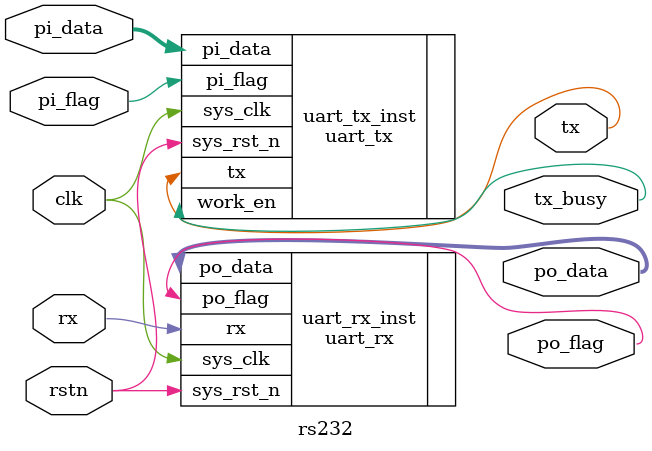
<source format=v>
module rs232(
input wire clk , //系统时钟50MHz
input wire rstn , //全局复位
input wire rx , //串口接收数据

output wire tx, //串口发送数据

output wire [7:0] po_data,
output wire po_flag,

input wire [7:0] pi_data,
input wire pi_flag,

output wire tx_busy
);
////
 //\* Parameter and Internal Signal \//
 ////
 
 //parameter define
 parameter UART_BPS = 16'd9600; //比特率
 parameter CLK_FREQ = 26'd24_000_000; //时钟频率

 //wire define




 ////
 //\* Instantiation \//
 ////

 //------------------------uart_rx_inst------------------------
 uart_rx 
 #(
     .UART_BPS(UART_BPS),
     .CLK_FREQ(CLK_FREQ)
 )
 uart_rx_inst
 (
 .sys_clk (clk), //input sys_clk
 .sys_rst_n (rstn ), //input sys_rst_n
 .rx (rx ), //input rx

 .po_data (po_data ), //output [7:0] po_data
 .po_flag (po_flag ) //output po_flag
 );

 //------------------------uart_tx_inst------------------------
 uart_tx 
  #(
     .UART_BPS(UART_BPS),
     .CLK_FREQ(CLK_FREQ)
 )
 uart_tx_inst (
 .sys_clk (clk ), //input sys_clk
 .sys_rst_n (rstn ), //input sys_rst_n
 .pi_data (pi_data ), //input [7:0] pi_data
 .pi_flag (pi_flag ), //input pi_flag

 .tx (tx ), //output tx
 
 .work_en (tx_busy)
 );

 endmodule

</source>
